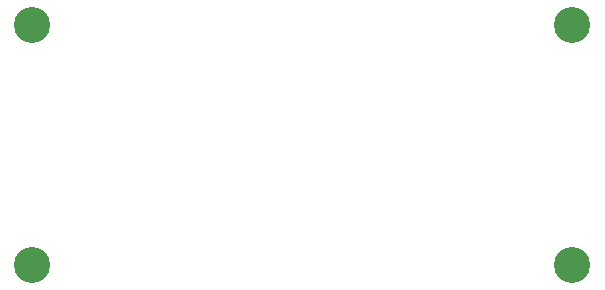
<source format=gbr>
%TF.GenerationSoftware,Altium Limited,Altium Designer,22.6.1 (34)*%
G04 Layer_Color=0*
%FSLAX26Y26*%
%MOIN*%
%TF.SameCoordinates,8B827DF8-CB59-4627-A0E1-72AFC477AE17*%
%TF.FilePolarity,Positive*%
%TF.FileFunction,NonPlated,1,2,NPTH,Drill*%
%TF.Part,Single*%
G01*
G75*
%TA.AperFunction,OtherDrill,Pad Free-1 (2900mil,1900mil)*%
%ADD41C,0.120000*%
%TA.AperFunction,OtherDrill,Pad Free-1 (2900mil,1100mil)*%
%ADD42C,0.120000*%
%TA.AperFunction,OtherDrill,Pad Free-1 (1100mil,1100mil)*%
%ADD43C,0.120000*%
%TA.AperFunction,OtherDrill,Pad Free-1 (1100mil,1900mil)*%
%ADD44C,0.120000*%
D41*
X2900000Y1900000D02*
D03*
D42*
Y1100000D02*
D03*
D43*
X1100000D02*
D03*
D44*
Y1900000D02*
D03*
%TF.MD5,2901a9c1f56f8fb70d466b8f3edc4604*%
M02*

</source>
